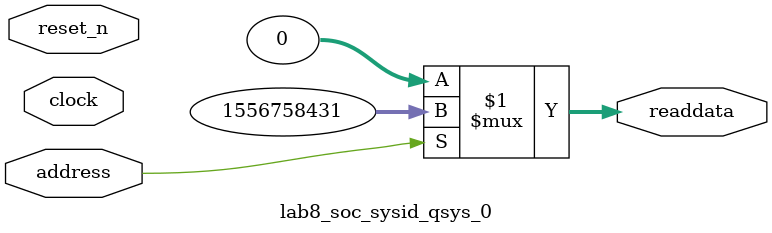
<source format=v>



// synthesis translate_off
`timescale 1ns / 1ps
// synthesis translate_on

// turn off superfluous verilog processor warnings 
// altera message_level Level1 
// altera message_off 10034 10035 10036 10037 10230 10240 10030 

module lab8_soc_sysid_qsys_0 (
               // inputs:
                address,
                clock,
                reset_n,

               // outputs:
                readdata
             )
;

  output  [ 31: 0] readdata;
  input            address;
  input            clock;
  input            reset_n;

  wire    [ 31: 0] readdata;
  //control_slave, which is an e_avalon_slave
  assign readdata = address ? 1556758431 : 0;

endmodule



</source>
